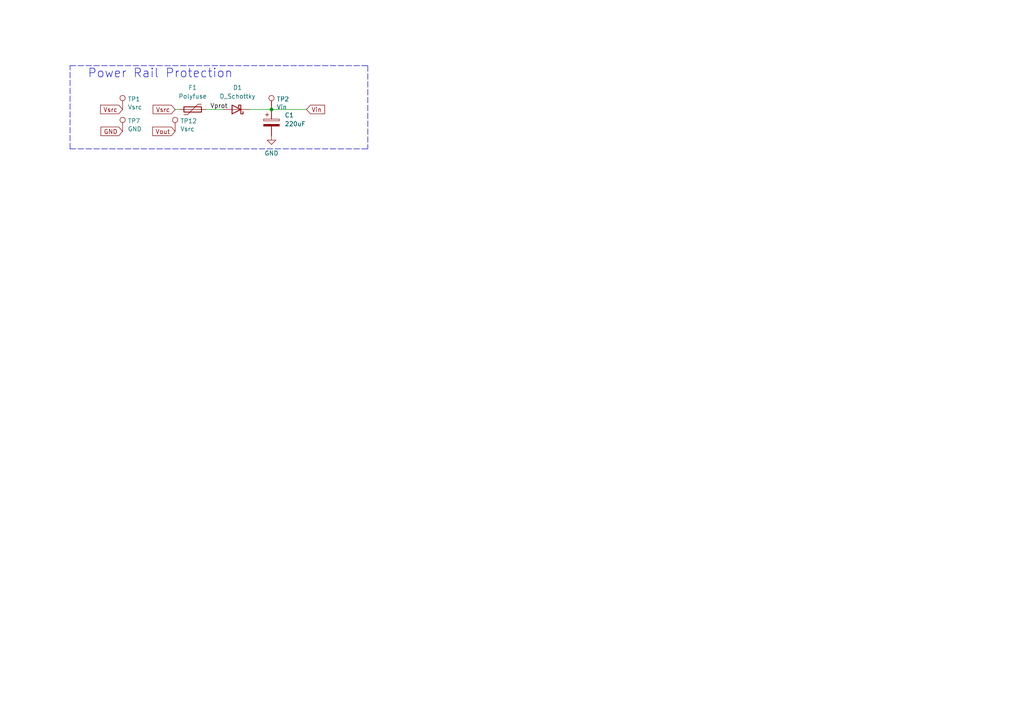
<source format=kicad_sch>
(kicad_sch (version 20211123) (generator eeschema)
  (paper "A4")
  (lib_symbols
    (symbol "Connector:TestPoint" (pin_numbers hide) (pin_names (offset 0.762) hide)
      (property "Reference" "TP" (at 0 6.858 0))
      (property "Value" "TestPoint" (at 0 5.08 0))
      (symbol "TestPoint_0_1"
        (circle (center 0 3.302) (radius 0.762))
      )
      (symbol "TestPoint_1_1"
        (pin passive line (at 0 0 90) (length 2.54) (name "1") (number "1"))
      )
    )
    (symbol "Device:C_Polarized" (pin_numbers hide) (pin_names (offset 0.254))
      (property "Reference" "C" (at 0.635 2.54 0))
      (property "Value" "C_Polarized" (at 0.635 -2.54 0))
      (symbol "C_Polarized_0_1"
        (rectangle (start -2.286 0.508) (end 2.286 1.016))
        (polyline (pts (xy -1.778 2.286) (xy -0.762 2.286)))
        (polyline (pts (xy -1.27 2.794) (xy -1.27 1.778)))
        (rectangle (start 2.286 -0.508) (end -2.286 -1.016) (fill (type outline)))
      )
      (symbol "C_Polarized_1_1"
        (pin passive line (at 0 3.81 270) (length 2.794) (name "~") (number "1"))
        (pin passive line (at 0 -3.81 90) (length 2.794) (name "~") (number "2"))
      )
    )
    (symbol "Device:D_Schottky" (pin_numbers hide) (pin_names (offset 1.016) hide)
      (property "Reference" "D" (at 0 2.54 0))
      (property "Value" "D_Schottky" (at 0 -2.54 0))
      (symbol "D_Schottky_0_1"
        (polyline (pts (xy 1.27 0) (xy -1.27 0)))
        (polyline (pts (xy 1.27 1.27) (xy 1.27 -1.27) (xy -1.27 0) (xy 1.27 1.27)) (stroke (width 0.254)))
        (polyline (pts (xy -1.905 0.635) (xy -1.905 1.27) (xy -1.27 1.27) (xy -1.27 -1.27) (xy -0.635 -1.27) (xy -0.635 -0.635)) (stroke (width 0.254)))
      )
      (symbol "D_Schottky_1_1"
        (pin passive line (at -3.81 0 0) (length 2.54) (name "K") (number "1"))
        (pin passive line (at 3.81 0 180) (length 2.54) (name "A") (number "2"))
      )
    )
    (symbol "Device:Polyfuse" (pin_numbers hide) (pin_names (offset 0))
      (property "Reference" "F" (at -2.54 0 90))
      (property "Value" "Polyfuse" (at 2.54 0 90))
      (symbol "Polyfuse_0_1"
        (rectangle (start -0.762 2.54) (end 0.762 -2.54) (stroke (width 0.254)))
        (polyline (pts (xy 0 2.54) (xy 0 -2.54)))
        (polyline (pts (xy -1.524 2.54) (xy -1.524 1.524) (xy 1.524 -1.524) (xy 1.524 -2.54)))
      )
      (symbol "Polyfuse_1_1"
        (pin passive line (at 0 3.81 270) (length 1.27) (name "~") (number "1"))
        (pin passive line (at 0 -3.81 90) (length 1.27) (name "~") (number "2"))
      )
    )
    (symbol "power:GND" (power) (pin_names (offset 0))
      (property "Value" "GND" (at 0 -3.81 0))
      (symbol "GND_0_1"
        (polyline (pts (xy 0 0) (xy 0 -1.27) (xy 1.27 -1.27) (xy 0 -2.54) (xy -1.27 -1.27) (xy 0 -1.27)))
      )
      (symbol "GND_1_1"
        (pin power_in line (at 0 0 270) (length 0) hide (name "GND") (number "1"))
      )
    )
  )
  (junction (at 78.74 31.75))
  (wire (pts (xy 78.74 31.75) (xy 88.9 31.75)))
  (polyline (pts (xy 20.32 43.18) (xy 106.68 43.18)))
  (polyline (pts (xy 106.68 19.05) (xy 106.68 43.18)))
  (wire (pts (xy 59.69 31.75) (xy 64.77 31.75)))
  (polyline (pts (xy 20.32 19.05) (xy 106.68 19.05)))
  (wire (pts (xy 52.07 31.75) (xy 50.8 31.75)))
  (polyline (pts (xy 20.32 43.18) (xy 20.32 19.05)))
  (wire (pts (xy 72.39 31.75) (xy 78.74 31.75)))
  (text "Power Rail Protection" (at 25.4 22.86 0) (effects (font (size 2.54 2.54)) (justify left bottom)))
  (label "Vprot" (at 60.96 31.75 0))
  (global_label "Vsrc" (shape input) (at 35.56 31.75 180) (property "Intersheet References" "${INTERSHEET_REFS}" (effects hide)))
  (global_label "GND" (shape input) (at 35.56 38.1 180) (property "Intersheet References" "${INTERSHEET_REFS}" (effects hide)))
  (global_label "Vout" (shape input) (at 50.8 38.1 180) (property "Intersheet References" "${INTERSHEET_REFS}" (effects hide)))
  (global_label "Vsrc" (shape input) (at 50.8 31.75 180) (property "Intersheet References" "${INTERSHEET_REFS}" (effects hide)))
  (global_label "Vin" (shape input) (at 88.9 31.75 0) (property "Intersheet References" "${INTERSHEET_REFS}" (effects hide)))
  (symbol (lib_id "power:GND") (at 78.74 39.37 0) (unit 1)
    (property "Reference" "#PWR?" (effects hide))
    (property "Value" "GND" (at 78.74 44.45 0))
  )
  (symbol (lib_id "Connector:TestPoint") (at 35.56 31.75 0) (unit 1) (in_bom no)
    (property "Reference" "TP1" (at 37.0332 28.7528 0) (effects (justify left)))
    (property "Value" "Vsrc" (at 37.0332 31.0642 0) (effects (justify left)))
    (property "Footprint" "tinker:TestPoint_THTPad_D1.0mm_Drill0.5mm" (effects hide))
  )
  (symbol (lib_id "Device:C_Polarized") (at 78.74 35.56 0) (unit 1)
    (property "Reference" "C1" (at 82.55 33.4009 0) (effects (justify left)))
    (property "Value" "220uF" (at 82.55 35.9409 0) (effects (justify left)))
    (property "Footprint" "Capacitor_SMD:CP_Elec_10x10" (effects hide))
    (property "LCSC" "C125977" (effects hide))
  )
  (symbol (lib_id "Connector:TestPoint") (at 50.8 38.1 0) (unit 1) (in_bom no) (on_board no)
    (property "Reference" "TP12" (at 52.2732 35.1028 0) (effects (justify left)))
    (property "Value" "Vsrc" (at 52.2732 37.4142 0) (effects (justify left)))
    (property "Footprint" "tinker:TestPoint_THTPad_D1.0mm_Drill0.5mm" (effects hide))
  )
  (symbol (lib_id "Connector:TestPoint") (at 78.74 31.75 0) (unit 1) (in_bom no)
    (property "Reference" "TP2" (at 80.2132 28.7528 0) (effects (justify left)))
    (property "Value" "Vin" (at 80.2132 31.0642 0) (effects (justify left)))
    (property "Footprint" "tinker:TestPoint_THTPad_D1.0mm_Drill0.5mm" (effects hide))
  )
  (symbol (lib_id "Device:D_Schottky") (at 68.58 31.75 180) (unit 1)
    (property "Reference" "D1" (at 68.8975 25.4 0))
    (property "Value" "D_Schottky" (at 68.8975 27.94 0))
    (property "Footprint" "Diode_SMD:D_SMA" (effects hide))
    (property "LCSC" "C3040450" (effects hide))
  )
  (symbol (lib_id "Device:Polyfuse") (at 55.88 31.75 90) (unit 1)
    (property "Reference" "F1" (at 55.88 25.4 90))
    (property "Value" "Polyfuse" (at 55.88 27.94 90))
    (property "Footprint" "tinker:F1206" (effects hide))
    (property "Datasheet" "https://www.lcsc.com/datasheet/lcsc_datasheet_2305121424_BHFUSE-BSMD1206L-260_C960020.pdf" (effects hide))
    (property "LCSC" "C2977524 (random choice)" (effects hide))
    (property "Field5" "BHFuse BSMD1206 family" (effects hide))
    (property "Field6" "https://www.lcsc.com/products/Resettable-Fuses_11042.html?keyword=BSMD1206" (effects hide))
  )
  (symbol (lib_id "Connector:TestPoint") (at 35.56 38.1 0) (unit 1) (in_bom no)
    (property "Reference" "TP7" (at 37.0332 35.1028 0) (effects (justify left)))
    (property "Value" "GND" (at 37.0332 37.4142 0) (effects (justify left)))
    (property "Footprint" "tinker:TestPoint_THTPad_D1.0mm_Drill0.5mm" (effects hide))
  )
)
</source>
